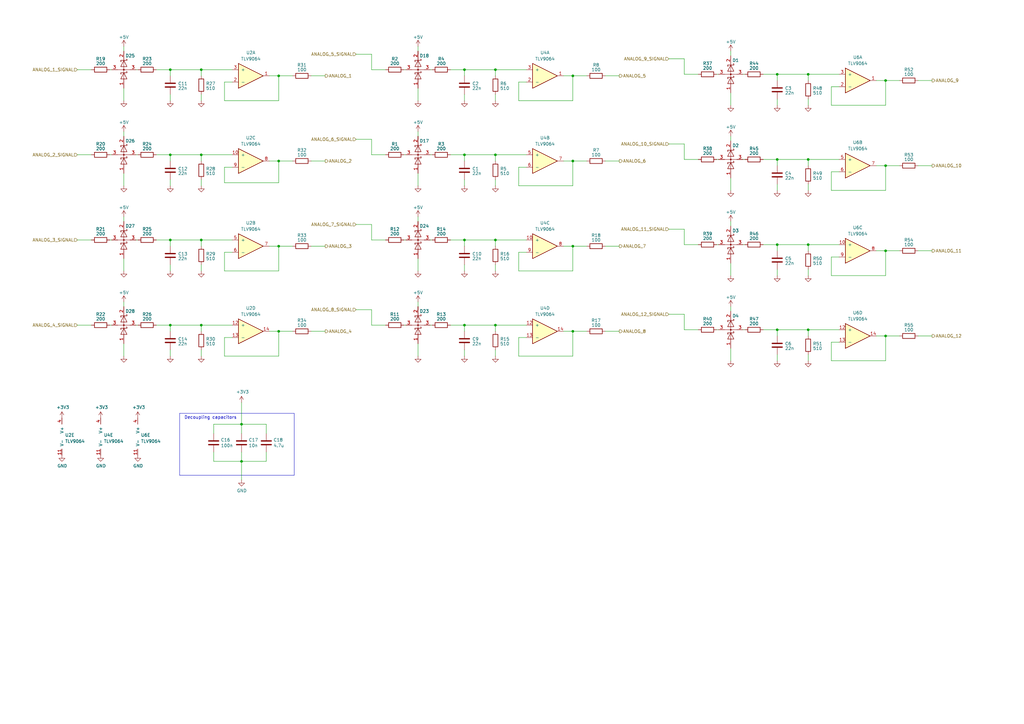
<source format=kicad_sch>
(kicad_sch (version 20230121) (generator eeschema)
  (paper "A3")
  (title_block (title "VEHICLE MEASURING UNIT (VMU)") (rev "1.0") (company "KTH FORMULA STUDENT") (comment 1 "DeV17") (comment 2 "FILIP SVEBECK") (comment 3 "FSVEBECK@KTH.SE"))
  (lib_symbols
    (symbol "Device:C" (pin_numbers hide) (pin_names (offset 0.254))
      (property "Reference" "C" (at 0.635 2.54 0))
      (property "Value" "C" (at 0.635 -2.54 0))
      (symbol "C_1_1"
        (pin passive line (at 0 3.81 270) (length 2.794) (name "~") (number "1"))
        (pin passive line (at 0 -3.81 90) (length 2.794) (name "~") (number "2"))
      )
    )
    (symbol "Device:R" (pin_numbers hide) (pin_names (offset 0))
      (property "Reference" "R" (at 2.032 0 90))
      (property "Value" "R" (at 0 0 90))
      (symbol "R_1_1"
        (pin passive line (at 0 3.81 270) (length 1.27) (name "~") (number "1"))
        (pin passive line (at 0 -3.81 90) (length 1.27) (name "~") (number "2"))
      )
    )
    (symbol "KTHFS:D_Schottky_x2_Serial_AKC" (pin_names (offset 0.762) hide)
      (property "Reference" "D" (at 2.54 1.27 90))
      (property "Value" "D_Schottky_x2_Serial_AKC" (at -2.54 0 90))
      (symbol "D_Schottky_x2_Serial_AKC_0_1"
        (pin passive line (at 0 -7.62 90) (length 3.81) (name "A") (number "1"))
        (pin passive line (at 0 7.62 270) (length 3.81) (name "K") (number "2"))
        (pin passive line (at 5.08 0 180) (length 2.54) (name "common") (number "3"))
      )
      (symbol "D_Schottky_x2_Serial_AKC_1_1"
        (pin passive line (at -5.08 0 0) (length 2.54) (name "common") (number "3"))
      )
    )
    (symbol "KTHFS:TLV9064" (pin_names (offset 1.016))
      (property "Reference" "U" (at 0 0 0))
      (property "Value" "TLV9064" (at 0.127 -1.524 0))
      (symbol "TLV9064_1_1"
        (pin output line (at 7.62 -6.985 180) (length 2.54) (name "~") (number "1"))
        (pin input line (at -7.62 -9.525 0) (length 2.54) (name "-") (number "2"))
        (pin input line (at -7.62 -4.445 0) (length 2.54) (name "+") (number "3"))
      )
      (symbol "TLV9064_2_1"
        (pin input line (at -7.62 -4.445 0) (length 2.54) (name "+") (number "5"))
        (pin input line (at -7.62 -9.525 0) (length 2.54) (name "-") (number "6"))
        (pin output line (at 7.62 -6.985 180) (length 2.54) (name "~") (number "7"))
      )
      (symbol "TLV9064_3_1"
        (pin input line (at -7.62 -4.445 0) (length 2.54) (name "+") (number "10"))
        (pin output line (at 7.62 -6.985 180) (length 2.54) (name "~") (number "8"))
        (pin input line (at -7.62 -9.525 0) (length 2.54) (name "-") (number "9"))
      )
      (symbol "TLV9064_4_1"
        (pin input line (at -7.62 -4.445 0) (length 2.54) (name "+") (number "12"))
        (pin input line (at -7.62 -9.525 0) (length 2.54) (name "-") (number "13"))
        (pin output line (at 7.62 -6.985 180) (length 2.54) (name "~") (number "14"))
      )
      (symbol "TLV9064_5_1"
        (pin power_in line (at 0 -19.05 90) (length 2.54) (name "V-") (number "11"))
        (pin power_in line (at 0 -3.81 270) (length 2.54) (name "V+") (number "4"))
      )
    )
    (symbol "blocks-rescue:+3.3V-power" (power) (pin_names (offset 0))
      (property "Value" "+3.3V-power" (at 0 3.556 0))
      (symbol "+3.3V-power_1_1"
        (pin power_in line (at 0 0 90) (length 0) hide (name "+3V3") (number "1"))
      )
    )
    (symbol "power:+5V" (power) (pin_names (offset 0))
      (property "Value" "+5V" (at 0 3.556 0))
      (symbol "+5V_1_1"
        (pin power_in line (at 0 0 90) (length 0) hide (name "+5V") (number "1"))
      )
    )
    (symbol "power:GND" (power) (pin_names (offset 0))
      (property "Value" "GND" (at 0 -3.81 0))
      (symbol "GND_1_1"
        (pin power_in line (at 0 0 270) (length 0) hide (name "GND") (number "1"))
      )
    )
  )
  (junction (at 114.3 100.965))
  (junction (at 234.95 135.89))
  (junction (at 363.22 67.945))
  (junction (at 318.77 100.33))
  (junction (at 114.3 66.04))
  (junction (at 114.3 31.115))
  (junction (at 190.5 98.425))
  (junction (at 190.5 133.35))
  (junction (at 99.06 173.99))
  (junction (at 331.47 30.48))
  (junction (at 203.2 63.5))
  (junction (at 203.2 28.575))
  (junction (at 331.47 65.405))
  (junction (at 318.77 30.48))
  (junction (at 331.47 100.33))
  (junction (at 363.22 137.795))
  (junction (at 82.55 133.35))
  (junction (at 234.95 31.115))
  (junction (at 318.77 135.255))
  (junction (at 69.85 63.5))
  (junction (at 99.06 189.23))
  (junction (at 363.22 102.87))
  (junction (at 82.55 98.425))
  (junction (at 234.95 100.965))
  (junction (at 190.5 63.5))
  (junction (at 69.85 98.425))
  (junction (at 234.95 66.04))
  (junction (at 82.55 63.5))
  (junction (at 190.5 28.575))
  (junction (at 114.3 135.89))
  (junction (at 331.47 135.255))
  (junction (at 363.22 33.02))
  (junction (at 69.85 28.575))
  (junction (at 318.77 65.405))
  (junction (at 203.2 133.35))
  (junction (at 69.85 133.35))
  (junction (at 203.2 98.425))
  (junction (at 82.55 28.575))
  (wire (pts (xy 69.85 133.35) (xy 64.135 133.35)))
  (wire (pts (xy 299.72 57.785) (xy 299.72 55.88)))
  (wire (pts (xy 331.47 110.49) (xy 331.47 113.03)))
  (wire (pts (xy 240.665 100.965) (xy 234.95 100.965)))
  (wire (pts (xy 171.45 55.88) (xy 171.45 53.975)))
  (wire (pts (xy 363.22 67.945) (xy 359.41 67.945)))
  (wire (pts (xy 240.665 66.04) (xy 234.95 66.04)))
  (wire (pts (xy 234.95 111.125) (xy 234.95 100.965)))
  (wire (pts (xy 331.47 102.87) (xy 331.47 100.33)))
  (wire (pts (xy 114.3 74.93) (xy 114.3 66.04)))
  (wire (pts (xy 171.45 71.12) (xy 171.45 76.2)))
  (wire (pts (xy 203.2 66.04) (xy 203.2 63.5)))
  (wire (pts (xy 304.8 100.33) (xy 305.435 100.33)))
  (wire (pts (xy 190.5 108.585) (xy 190.5 111.125)))
  (wire (pts (xy 99.06 189.23) (xy 109.22 189.23)))
  (wire (pts (xy 248.285 31.115) (xy 254 31.115)))
  (wire (pts (xy 50.8 146.05) (xy 50.8 140.97)))
  (wire (pts (xy 82.55 28.575) (xy 82.55 31.115)))
  (wire (pts (xy 215.9 133.35) (xy 203.2 133.35)))
  (wire (pts (xy 240.665 31.115) (xy 234.95 31.115)))
  (wire (pts (xy 215.9 63.5) (xy 203.2 63.5)))
  (wire (pts (xy 190.5 63.5) (xy 190.5 66.04)))
  (wire (pts (xy 280.67 93.98) (xy 280.67 100.33)))
  (wire (pts (xy 87.63 189.23) (xy 99.06 189.23)))
  (wire (pts (xy 171.45 36.195) (xy 171.45 41.275)))
  (wire (pts (xy 158.115 133.35) (xy 152.4 133.35)))
  (wire (pts (xy 363.22 43.18) (xy 363.22 33.02)))
  (wire (pts (xy 212.725 68.58) (xy 212.725 76.2)))
  (wire (pts (xy 82.55 41.275) (xy 82.55 38.735)))
  (wire (pts (xy 318.77 135.255) (xy 318.77 137.795)))
  (wire (pts (xy 114.3 31.115) (xy 110.49 31.115)))
  (wire (pts (xy 340.995 35.56) (xy 340.995 43.18)))
  (wire (pts (xy 318.77 30.48) (xy 318.77 33.02)))
  (wire (pts (xy 305.435 135.255) (xy 304.8 135.255)))
  (wire (pts (xy 212.725 111.125) (xy 234.95 111.125)))
  (wire (pts (xy 127.635 100.965) (xy 133.35 100.965)))
  (wire (pts (xy 120.015 31.115) (xy 114.3 31.115)))
  (wire (pts (xy 231.14 135.89) (xy 234.95 135.89)))
  (wire (pts (xy 340.995 113.03) (xy 363.22 113.03)))
  (wire (pts (xy 248.285 135.89) (xy 254 135.89)))
  (wire (pts (xy 299.72 92.71) (xy 299.72 90.805)))
  (polyline (pts (xy 120.65 169.545) (xy 120.65 194.945)))
  (wire (pts (xy 50.8 90.805) (xy 50.8 88.9)))
  (wire (pts (xy 340.995 43.18) (xy 363.22 43.18)))
  (wire (pts (xy 146.05 57.15) (xy 152.4 57.15)))
  (wire (pts (xy 280.67 65.405) (xy 286.385 65.405)))
  (wire (pts (xy 87.63 173.99) (xy 99.06 173.99)))
  (wire (pts (xy 376.555 137.795) (xy 382.27 137.795)))
  (wire (pts (xy 203.2 38.735) (xy 203.2 41.275)))
  (wire (pts (xy 344.17 140.335) (xy 340.995 140.335)))
  (wire (pts (xy 56.515 98.425) (xy 55.88 98.425)))
  (wire (pts (xy 114.3 41.275) (xy 114.3 31.115)))
  (wire (pts (xy 31.75 63.5) (xy 37.465 63.5)))
  (wire (pts (xy 69.85 66.04) (xy 69.85 63.5)))
  (wire (pts (xy 331.47 135.255) (xy 331.47 137.795)))
  (wire (pts (xy 340.995 78.105) (xy 363.22 78.105)))
  (wire (pts (xy 215.9 68.58) (xy 212.725 68.58)))
  (polyline (pts (xy 73.66 169.545) (xy 120.65 169.545)))
  (wire (pts (xy 190.5 98.425) (xy 190.5 100.965)))
  (wire (pts (xy 368.935 102.87) (xy 363.22 102.87)))
  (wire (pts (xy 274.32 93.98) (xy 280.67 93.98)))
  (wire (pts (xy 203.2 100.965) (xy 203.2 98.425)))
  (wire (pts (xy 190.5 28.575) (xy 190.5 31.115)))
  (wire (pts (xy 190.5 133.35) (xy 184.785 133.35)))
  (wire (pts (xy 176.53 63.5) (xy 177.165 63.5)))
  (wire (pts (xy 368.935 67.945) (xy 363.22 67.945)))
  (wire (pts (xy 99.06 173.99) (xy 99.06 177.8)))
  (wire (pts (xy 280.67 128.905) (xy 274.32 128.905)))
  (wire (pts (xy 318.77 75.565) (xy 318.77 78.105)))
  (wire (pts (xy 133.35 135.89) (xy 127.635 135.89)))
  (wire (pts (xy 331.47 135.255) (xy 318.77 135.255)))
  (wire (pts (xy 176.53 98.425) (xy 177.165 98.425)))
  (wire (pts (xy 344.17 35.56) (xy 340.995 35.56)))
  (wire (pts (xy 331.47 67.945) (xy 331.47 65.405)))
  (wire (pts (xy 203.2 28.575) (xy 203.2 31.115)))
  (wire (pts (xy 82.55 108.585) (xy 82.55 111.125)))
  (wire (pts (xy 69.85 31.115) (xy 69.85 28.575)))
  (wire (pts (xy 363.22 113.03) (xy 363.22 102.87)))
  (wire (pts (xy 50.8 20.955) (xy 50.8 19.05)))
  (wire (pts (xy 177.165 133.35) (xy 176.53 133.35)))
  (wire (pts (xy 318.77 40.64) (xy 318.77 43.18)))
  (wire (pts (xy 184.785 98.425) (xy 190.5 98.425)))
  (wire (pts (xy 114.3 111.125) (xy 114.3 100.965)))
  (wire (pts (xy 50.8 76.2) (xy 50.8 71.12)))
  (wire (pts (xy 331.47 65.405) (xy 318.77 65.405)))
  (wire (pts (xy 114.3 100.965) (xy 110.49 100.965)))
  (wire (pts (xy 313.055 100.33) (xy 318.77 100.33)))
  (wire (pts (xy 171.45 106.045) (xy 171.45 111.125)))
  (wire (pts (xy 114.3 100.965) (xy 120.015 100.965)))
  (wire (pts (xy 190.5 38.735) (xy 190.5 41.275)))
  (wire (pts (xy 165.735 28.575) (xy 166.37 28.575)))
  (wire (pts (xy 95.25 28.575) (xy 82.55 28.575)))
  (wire (pts (xy 152.4 28.575) (xy 158.115 28.575)))
  (wire (pts (xy 171.45 123.825) (xy 171.45 125.73)))
  (wire (pts (xy 212.725 33.655) (xy 212.725 41.275)))
  (wire (pts (xy 37.465 28.575) (xy 31.75 28.575)))
  (wire (pts (xy 215.9 33.655) (xy 212.725 33.655)))
  (wire (pts (xy 99.06 185.42) (xy 99.06 189.23)))
  (wire (pts (xy 299.72 73.025) (xy 299.72 78.105)))
  (wire (pts (xy 45.085 63.5) (xy 45.72 63.5)))
  (wire (pts (xy 69.85 135.89) (xy 69.85 133.35)))
  (wire (pts (xy 99.06 196.85) (xy 99.06 189.23)))
  (wire (pts (xy 152.4 63.5) (xy 158.115 63.5)))
  (wire (pts (xy 92.075 74.93) (xy 114.3 74.93)))
  (wire (pts (xy 299.72 38.1) (xy 299.72 43.18)))
  (wire (pts (xy 274.32 59.055) (xy 280.67 59.055)))
  (wire (pts (xy 363.22 78.105) (xy 363.22 67.945)))
  (wire (pts (xy 152.4 92.075) (xy 152.4 98.425)))
  (wire (pts (xy 203.2 133.35) (xy 190.5 133.35)))
  (wire (pts (xy 318.77 147.955) (xy 318.77 145.415)))
  (wire (pts (xy 82.55 135.89) (xy 82.55 133.35)))
  (wire (pts (xy 110.49 66.04) (xy 114.3 66.04)))
  (wire (pts (xy 190.5 146.05) (xy 190.5 143.51)))
  (wire (pts (xy 340.995 105.41) (xy 340.995 113.03)))
  (wire (pts (xy 234.95 66.04) (xy 231.14 66.04)))
  (wire (pts (xy 50.8 111.125) (xy 50.8 106.045)))
  (wire (pts (xy 69.85 76.2) (xy 69.85 73.66)))
  (wire (pts (xy 165.735 63.5) (xy 166.37 63.5)))
  (wire (pts (xy 254 100.965) (xy 248.285 100.965)))
  (wire (pts (xy 215.9 138.43) (xy 212.725 138.43)))
  (wire (pts (xy 69.85 98.425) (xy 82.55 98.425)))
  (wire (pts (xy 95.25 33.655) (xy 92.075 33.655)))
  (wire (pts (xy 294.005 65.405) (xy 294.64 65.405)))
  (wire (pts (xy 212.725 76.2) (xy 234.95 76.2)))
  (wire (pts (xy 152.4 28.575) (xy 152.4 22.225)))
  (wire (pts (xy 304.8 65.405) (xy 305.435 65.405)))
  (wire (pts (xy 318.77 65.405) (xy 318.77 67.945)))
  (wire (pts (xy 50.8 55.88) (xy 50.8 53.975)))
  (wire (pts (xy 82.55 146.05) (xy 82.55 143.51)))
  (wire (pts (xy 331.47 147.955) (xy 331.47 145.415)))
  (wire (pts (xy 109.22 177.8) (xy 109.22 173.99)))
  (wire (pts (xy 146.05 92.075) (xy 152.4 92.075)))
  (wire (pts (xy 56.515 63.5) (xy 55.88 63.5)))
  (wire (pts (xy 344.17 135.255) (xy 331.47 135.255)))
  (wire (pts (xy 133.35 31.115) (xy 127.635 31.115)))
  (wire (pts (xy 382.27 102.87) (xy 376.555 102.87)))
  (wire (pts (xy 344.17 105.41) (xy 340.995 105.41)))
  (wire (pts (xy 203.2 98.425) (xy 190.5 98.425)))
  (wire (pts (xy 114.3 146.05) (xy 114.3 135.89)))
  (wire (pts (xy 294.64 100.33) (xy 294.005 100.33)))
  (wire (pts (xy 92.075 111.125) (xy 114.3 111.125)))
  (wire (pts (xy 50.8 36.195) (xy 50.8 41.275)))
  (wire (pts (xy 152.4 127) (xy 146.05 127)))
  (wire (pts (xy 340.995 70.485) (xy 340.995 78.105)))
  (wire (pts (xy 45.72 98.425) (xy 45.085 98.425)))
  (wire (pts (xy 82.55 63.5) (xy 82.55 66.04)))
  (wire (pts (xy 171.45 140.97) (xy 171.45 146.05)))
  (wire (pts (xy 203.2 63.5) (xy 190.5 63.5)))
  (wire (pts (xy 234.95 41.275) (xy 234.95 31.115)))
  (wire (pts (xy 171.45 20.955) (xy 171.45 19.05)))
  (wire (pts (xy 92.075 33.655) (xy 92.075 41.275)))
  (wire (pts (xy 92.075 103.505) (xy 92.075 111.125)))
  (wire (pts (xy 203.2 73.66) (xy 203.2 76.2)))
  (wire (pts (xy 45.72 28.575) (xy 45.085 28.575)))
  (wire (pts (xy 331.47 30.48) (xy 331.47 33.02)))
  (wire (pts (xy 234.95 76.2) (xy 234.95 66.04)))
  (wire (pts (xy 45.085 133.35) (xy 45.72 133.35)))
  (wire (pts (xy 69.85 108.585) (xy 69.85 111.125)))
  (wire (pts (xy 92.075 68.58) (xy 92.075 74.93)))
  (wire (pts (xy 203.2 108.585) (xy 203.2 111.125)))
  (wire (pts (xy 95.25 68.58) (xy 92.075 68.58)))
  (wire (pts (xy 152.4 57.15) (xy 152.4 63.5)))
  (wire (pts (xy 280.67 30.48) (xy 280.67 24.13)))
  (wire (pts (xy 92.075 41.275) (xy 114.3 41.275)))
  (wire (pts (xy 318.77 30.48) (xy 331.47 30.48)))
  (wire (pts (xy 344.17 100.33) (xy 331.47 100.33)))
  (wire (pts (xy 109.22 185.42) (xy 109.22 189.23)))
  (wire (pts (xy 152.4 22.225) (xy 146.05 22.225)))
  (wire (pts (xy 114.3 135.89) (xy 110.49 135.89)))
  (wire (pts (xy 280.67 59.055) (xy 280.67 65.405)))
  (wire (pts (xy 203.2 133.35) (xy 203.2 135.89)))
  (wire (pts (xy 382.27 67.945) (xy 376.555 67.945)))
  (wire (pts (xy 190.5 28.575) (xy 203.2 28.575)))
  (wire (pts (xy 212.725 41.275) (xy 234.95 41.275)))
  (wire (pts (xy 95.25 98.425) (xy 82.55 98.425)))
  (wire (pts (xy 294.005 30.48) (xy 294.64 30.48)))
  (wire (pts (xy 359.41 137.795) (xy 363.22 137.795)))
  (wire (pts (xy 82.55 133.35) (xy 95.25 133.35)))
  (wire (pts (xy 92.075 138.43) (xy 92.075 146.05)))
  (wire (pts (xy 82.55 98.425) (xy 82.55 100.965)))
  (wire (pts (xy 92.075 146.05) (xy 114.3 146.05)))
  (wire (pts (xy 158.115 98.425) (xy 152.4 98.425)))
  (wire (pts (xy 212.725 146.05) (xy 234.95 146.05)))
  (wire (pts (xy 363.22 102.87) (xy 359.41 102.87)))
  (wire (pts (xy 95.25 103.505) (xy 92.075 103.505)))
  (wire (pts (xy 280.67 135.255) (xy 280.67 128.905)))
  (wire (pts (xy 234.95 31.115) (xy 231.14 31.115)))
  (polyline (pts (xy 120.65 194.945) (xy 73.66 194.945)))
  (wire (pts (xy 152.4 133.35) (xy 152.4 127)))
  (wire (pts (xy 69.85 28.575) (xy 82.55 28.575)))
  (wire (pts (xy 87.63 185.42) (xy 87.63 189.23)))
  (wire (pts (xy 215.9 98.425) (xy 203.2 98.425)))
  (wire (pts (xy 69.85 63.5) (xy 64.135 63.5)))
  (wire (pts (xy 313.055 30.48) (xy 318.77 30.48)))
  (polyline (pts (xy 73.66 169.545) (xy 73.66 194.945)))
  (wire (pts (xy 31.75 98.425) (xy 37.465 98.425)))
  (wire (pts (xy 294.64 135.255) (xy 294.005 135.255)))
  (wire (pts (xy 69.85 38.735) (xy 69.85 41.275)))
  (wire (pts (xy 344.17 65.405) (xy 331.47 65.405)))
  (wire (pts (xy 215.9 103.505) (xy 212.725 103.505)))
  (wire (pts (xy 376.555 33.02) (xy 382.27 33.02)))
  (wire (pts (xy 184.785 63.5) (xy 190.5 63.5)))
  (wire (pts (xy 190.5 133.35) (xy 190.5 135.89)))
  (wire (pts (xy 368.935 33.02) (xy 363.22 33.02)))
  (wire (pts (xy 190.5 73.66) (xy 190.5 76.2)))
  (wire (pts (xy 69.85 100.965) (xy 69.85 98.425)))
  (wire (pts (xy 286.385 135.255) (xy 280.67 135.255)))
  (wire (pts (xy 331.47 75.565) (xy 331.47 78.105)))
  (wire (pts (xy 340.995 140.335) (xy 340.995 147.955)))
  (wire (pts (xy 55.88 28.575) (xy 56.515 28.575)))
  (wire (pts (xy 234.95 146.05) (xy 234.95 135.89)))
  (wire (pts (xy 234.95 135.89) (xy 240.665 135.89)))
  (wire (pts (xy 299.72 142.875) (xy 299.72 147.955)))
  (wire (pts (xy 176.53 28.575) (xy 177.165 28.575)))
  (wire (pts (xy 87.63 177.8) (xy 87.63 173.99)))
  (wire (pts (xy 69.85 146.05) (xy 69.85 143.51)))
  (wire (pts (xy 318.77 110.49) (xy 318.77 113.03)))
  (wire (pts (xy 331.47 100.33) (xy 318.77 100.33)))
  (wire (pts (xy 99.06 165.1) (xy 99.06 173.99)))
  (wire (pts (xy 304.8 30.48) (xy 305.435 30.48)))
  (wire (pts (xy 50.8 125.73) (xy 50.8 123.825)))
  (wire (pts (xy 299.72 125.73) (xy 299.72 127.635)))
  (wire (pts (xy 215.9 28.575) (xy 203.2 28.575)))
  (wire (pts (xy 340.995 147.955) (xy 363.22 147.955)))
  (wire (pts (xy 212.725 138.43) (xy 212.725 146.05)))
  (wire (pts (xy 363.22 137.795) (xy 368.935 137.795)))
  (wire (pts (xy 99.06 173.99) (xy 109.22 173.99)))
  (wire (pts (xy 171.45 90.805) (xy 171.45 88.9)))
  (wire (pts (xy 280.67 24.13) (xy 274.32 24.13)))
  (wire (pts (xy 318.77 100.33) (xy 318.77 102.87)))
  (wire (pts (xy 120.015 135.89) (xy 114.3 135.89)))
  (wire (pts (xy 69.85 98.425) (xy 64.135 98.425)))
  (wire (pts (xy 82.55 76.2) (xy 82.55 73.66)))
  (wire (pts (xy 203.2 146.05) (xy 203.2 143.51)))
  (wire (pts (xy 363.22 147.955) (xy 363.22 137.795)))
  (wire (pts (xy 166.37 133.35) (xy 165.735 133.35)))
  (wire (pts (xy 82.55 133.35) (xy 69.85 133.35)))
  (wire (pts (xy 363.22 33.02) (xy 359.41 33.02)))
  (wire (pts (xy 166.37 98.425) (xy 165.735 98.425)))
  (wire (pts (xy 299.72 22.86) (xy 299.72 20.955)))
  (wire (pts (xy 95.25 63.5) (xy 82.55 63.5)))
  (wire (pts (xy 69.85 28.575) (xy 64.135 28.575)))
  (wire (pts (xy 344.17 30.48) (xy 331.47 30.48)))
  (wire (pts (xy 344.17 70.485) (xy 340.995 70.485)))
  (wire (pts (xy 37.465 133.35) (xy 31.75 133.35)))
  (wire (pts (xy 114.3 66.04) (xy 120.015 66.04)))
  (wire (pts (xy 318.77 135.255) (xy 313.055 135.255)))
  (wire (pts (xy 313.055 65.405) (xy 318.77 65.405)))
  (wire (pts (xy 234.95 100.965) (xy 231.14 100.965)))
  (wire (pts (xy 184.785 28.575) (xy 190.5 28.575)))
  (wire (pts (xy 286.385 100.33) (xy 280.67 100.33)))
  (wire (pts (xy 55.88 133.35) (xy 56.515 133.35)))
  (wire (pts (xy 133.35 66.04) (xy 127.635 66.04)))
  (wire (pts (xy 331.47 40.64) (xy 331.47 43.18)))
  (wire (pts (xy 69.85 63.5) (xy 82.55 63.5)))
  (wire (pts (xy 280.67 30.48) (xy 286.385 30.48)))
  (wire (pts (xy 212.725 103.505) (xy 212.725 111.125)))
  (wire (pts (xy 299.72 107.95) (xy 299.72 113.03)))
  (wire (pts (xy 254 66.04) (xy 248.285 66.04)))
  (wire (pts (xy 95.25 138.43) (xy 92.075 138.43)))
  (text "Decoupling capacitors" (at 75.565 172.085 0) (effects (font (size 1.27 1.27)) (justify left bottom)))
  (hierarchical_label "ANALOG_5_SIGNAL" (shape input) (at 146.05 22.225 180))
  (hierarchical_label "ANALOG_11_SIGNAL" (shape input) (at 274.32 93.98 180))
  (hierarchical_label "ANALOG_12_SIGNAL" (shape input) (at 274.32 128.905 180))
  (hierarchical_label "ANALOG_5" (shape output) (at 254 31.115 0))
  (hierarchical_label "ANALOG_7_SIGNAL" (shape input) (at 146.05 92.075 180))
  (hierarchical_label "ANALOG_3" (shape output) (at 133.35 100.965 0))
  (hierarchical_label "ANALOG_9_SIGNAL" (shape input) (at 274.32 24.13 180))
  (hierarchical_label "ANALOG_9" (shape output) (at 382.27 33.02 0))
  (hierarchical_label "ANALOG_6" (shape output) (at 254 66.04 0))
  (hierarchical_label "ANALOG_12" (shape output) (at 382.27 137.795 0))
  (hierarchical_label "ANALOG_8" (shape output) (at 254 135.89 0))
  (hierarchical_label "ANALOG_6_SIGNAL" (shape input) (at 146.05 57.15 180))
  (hierarchical_label "ANALOG_8_SIGNAL" (shape input) (at 146.05 127 180))
  (hierarchical_label "ANALOG_1_SIGNAL" (shape input) (at 31.75 28.575 180))
  (hierarchical_label "ANALOG_7" (shape output) (at 254 100.965 0))
  (hierarchical_label "ANALOG_11" (shape output) (at 382.27 102.87 0))
  (hierarchical_label "ANALOG_10_SIGNAL" (shape input) (at 274.32 59.055 180))
  (hierarchical_label "ANALOG_4" (shape output) (at 133.35 135.89 0))
  (hierarchical_label "ANALOG_1" (shape output) (at 133.35 31.115 0))
  (hierarchical_label "ANALOG_3_SIGNAL" (shape input) (at 31.75 98.425 180))
  (hierarchical_label "ANALOG_2_SIGNAL" (shape input) (at 31.75 63.5 180))
  (hierarchical_label "ANALOG_4_SIGNAL" (shape input) (at 31.75 133.35 180))
  (hierarchical_label "ANALOG_2" (shape output) (at 133.35 66.04 0))
  (hierarchical_label "ANALOG_10" (shape output) (at 382.27 67.945 0))
  (symbol (lib_id "Device:R") (at 41.275 28.575 270) (unit 1)
    (property "Reference" "R19" (at 41.275 24.13 90))
    (property "Value" "200" (at 41.275 26.035 90))
    (property "Footprint" "Resistor_SMD:R_0603_1608Metric" (effects hide))
  )
  (symbol (lib_id "power:GND") (at 50.8 41.275 0) (unit 1)
    (property "Reference" "#PWR060" (effects hide))
    (property "Value" "GND" (effects hide))
  )
  (symbol (lib_id "power:+5V") (at 50.8 19.05 0) (unit 1)
    (property "Reference" "#PWR059" (effects hide))
    (property "Value" "+5V" (at 50.8 15.24 0))
  )
  (symbol (lib_id "Device:R") (at 60.325 28.575 270) (unit 1)
    (property "Reference" "R23" (at 60.325 24.13 90))
    (property "Value" "200" (at 60.325 26.035 90))
    (property "Footprint" "Resistor_SMD:R_0603_1608Metric" (effects hide))
  )
  (symbol (lib_id "Device:C") (at 69.85 34.925 0) (unit 1)
    (property "Reference" "C11" (at 73.025 34.29 0) (effects (justify left)))
    (property "Value" "22n" (at 73.025 36.195 0) (effects (justify left)))
    (property "Footprint" "Capacitor_SMD:C_0603_1608Metric" (effects hide))
  )
  (symbol (lib_id "Device:R") (at 82.55 34.925 0) (unit 1)
    (property "Reference" "R27" (at 84.455 34.29 0) (effects (justify left)))
    (property "Value" "510" (at 84.455 36.195 0) (effects (justify left)))
    (property "Footprint" "Resistor_SMD:R_0603_1608Metric" (effects hide))
  )
  (symbol (lib_id "Device:R") (at 41.275 63.5 270) (unit 1)
    (property "Reference" "R20" (at 41.275 59.055 90))
    (property "Value" "200" (at 41.275 60.96 90))
    (property "Footprint" "Resistor_SMD:R_0603_1608Metric" (effects hide))
  )
  (symbol (lib_id "power:GND") (at 69.85 76.2 0) (unit 1)
    (property "Reference" "#PWR062" (effects hide))
    (property "Value" "GND" (effects hide))
  )
  (symbol (lib_id "power:+5V") (at 50.8 53.975 0) (unit 1)
    (property "Reference" "#PWR061" (effects hide))
    (property "Value" "+5V" (at 50.8 50.165 0))
  )
  (symbol (lib_id "Device:R") (at 60.325 63.5 270) (unit 1)
    (property "Reference" "R24" (at 60.325 59.055 90))
    (property "Value" "200" (at 60.325 60.96 90))
    (property "Footprint" "Resistor_SMD:R_0603_1608Metric" (effects hide))
  )
  (symbol (lib_id "Device:C") (at 69.85 69.85 0) (unit 1)
    (property "Reference" "C12" (at 73.025 69.215 0) (effects (justify left)))
    (property "Value" "22n" (at 73.025 71.12 0) (effects (justify left)))
    (property "Footprint" "Capacitor_SMD:C_0603_1608Metric" (effects hide))
  )
  (symbol (lib_id "Device:R") (at 82.55 69.85 0) (unit 1)
    (property "Reference" "R28" (at 84.455 69.215 0) (effects (justify left)))
    (property "Value" "510" (at 84.455 71.12 0) (effects (justify left)))
    (property "Footprint" "Resistor_SMD:R_0603_1608Metric" (effects hide))
  )
  (symbol (lib_id "Device:R") (at 123.825 31.115 270) (unit 1)
    (property "Reference" "R31" (at 123.825 26.67 90))
    (property "Value" "100" (at 123.825 28.575 90))
    (property "Footprint" "Resistor_SMD:R_0603_1608Metric" (effects hide))
  )
  (symbol (lib_id "Device:R") (at 123.825 66.04 270) (unit 1)
    (property "Reference" "R32" (at 123.825 61.595 90))
    (property "Value" "100" (at 123.825 63.5 90))
    (property "Footprint" "Resistor_SMD:R_0603_1608Metric" (effects hide))
  )
  (symbol (lib_id "Device:R") (at 41.275 98.425 270) (unit 1)
    (property "Reference" "R21" (at 41.275 93.98 90))
    (property "Value" "200" (at 41.275 95.885 90))
    (property "Footprint" "Resistor_SMD:R_0603_1608Metric" (effects hide))
  )
  (symbol (lib_id "power:GND") (at 50.8 111.125 0) (unit 1)
    (property "Reference" "#PWR064" (effects hide))
    (property "Value" "GND" (effects hide))
  )
  (symbol (lib_id "power:+5V") (at 50.8 88.9 0) (unit 1)
    (property "Reference" "#PWR063" (effects hide))
    (property "Value" "+5V" (at 50.8 85.09 0))
  )
  (symbol (lib_id "Device:R") (at 60.325 98.425 270) (unit 1)
    (property "Reference" "R25" (at 60.325 93.98 90))
    (property "Value" "200" (at 60.325 95.885 90))
    (property "Footprint" "Resistor_SMD:R_0603_1608Metric" (effects hide))
  )
  (symbol (lib_id "Device:C") (at 69.85 104.775 0) (unit 1)
    (property "Reference" "C13" (at 73.025 104.14 0) (effects (justify left)))
    (property "Value" "22n" (at 73.025 106.045 0) (effects (justify left)))
    (property "Footprint" "Capacitor_SMD:C_0603_1608Metric" (effects hide))
  )
  (symbol (lib_id "Device:R") (at 82.55 104.775 0) (unit 1)
    (property "Reference" "R29" (at 84.455 104.14 0) (effects (justify left)))
    (property "Value" "510" (at 84.455 106.045 0) (effects (justify left)))
    (property "Footprint" "Resistor_SMD:R_0603_1608Metric" (effects hide))
  )
  (symbol (lib_id "Device:R") (at 41.275 133.35 270) (unit 1)
    (property "Reference" "R22" (at 41.275 128.905 90))
    (property "Value" "200" (at 41.275 130.81 90))
    (property "Footprint" "Resistor_SMD:R_0603_1608Metric" (effects hide))
  )
  (symbol (lib_id "power:GND") (at 50.8 146.05 0) (unit 1)
    (property "Reference" "#PWR066" (effects hide))
    (property "Value" "GND" (effects hide))
  )
  (symbol (lib_id "power:+5V") (at 50.8 123.825 0) (unit 1)
    (property "Reference" "#PWR065" (effects hide))
    (property "Value" "+5V" (at 50.8 120.015 0))
  )
  (symbol (lib_id "Device:R") (at 60.325 133.35 270) (unit 1)
    (property "Reference" "R26" (at 60.325 128.905 90))
    (property "Value" "200" (at 60.325 130.81 90))
    (property "Footprint" "Resistor_SMD:R_0603_1608Metric" (effects hide))
  )
  (symbol (lib_id "Device:C") (at 69.85 139.7 0) (unit 1)
    (property "Reference" "C14" (at 73.025 139.065 0) (effects (justify left)))
    (property "Value" "22n" (at 73.025 140.97 0) (effects (justify left)))
    (property "Footprint" "Capacitor_SMD:C_0603_1608Metric" (effects hide))
  )
  (symbol (lib_id "Device:R") (at 82.55 139.7 0) (unit 1)
    (property "Reference" "R30" (at 84.455 139.065 0) (effects (justify left)))
    (property "Value" "510" (at 84.455 140.97 0) (effects (justify left)))
    (property "Footprint" "Resistor_SMD:R_0603_1608Metric" (effects hide))
  )
  (symbol (lib_id "Device:R") (at 123.825 100.965 270) (unit 1)
    (property "Reference" "R33" (at 123.825 96.52 90))
    (property "Value" "100" (at 123.825 98.425 90))
    (property "Footprint" "Resistor_SMD:R_0603_1608Metric" (effects hide))
  )
  (symbol (lib_id "Device:R") (at 123.825 135.89 270) (unit 1)
    (property "Reference" "R34" (at 123.825 131.445 90))
    (property "Value" "100" (at 123.825 133.35 90))
    (property "Footprint" "Resistor_SMD:R_0603_1608Metric" (effects hide))
  )
  (symbol (lib_id "KTHFS:D_Schottky_x2_Serial_AKC") (at 50.8 28.575 0) (unit 1)
    (property "Reference" "D25" (at 51.435 22.86 0) (effects (justify left)))
    (property "Value" "D_Schottky_x2_Serial_AKC" (effects hide))
    (property "Footprint" "Package_TO_SOT_SMD:SOT-23" (effects hide))
  )
  (symbol (lib_id "KTHFS:D_Schottky_x2_Serial_AKC") (at 50.8 63.5 0) (unit 1)
    (property "Reference" "D26" (at 51.435 57.785 0) (effects (justify left)))
    (property "Value" "D_Schottky_x2_Serial_AKC" (effects hide))
    (property "Footprint" "Package_TO_SOT_SMD:SOT-23" (effects hide))
  )
  (symbol (lib_id "KTHFS:D_Schottky_x2_Serial_AKC") (at 50.8 98.425 0) (unit 1)
    (property "Reference" "D27" (at 51.435 92.71 0) (effects (justify left)))
    (property "Value" "D_Schottky_x2_Serial_AKC" (effects hide))
    (property "Footprint" "Package_TO_SOT_SMD:SOT-23" (effects hide))
  )
  (symbol (lib_id "KTHFS:D_Schottky_x2_Serial_AKC") (at 50.8 133.35 0) (unit 1)
    (property "Reference" "D28" (at 51.435 127.635 0) (effects (justify left)))
    (property "Value" "D_Schottky_x2_Serial_AKC" (effects hide))
    (property "Footprint" "Package_TO_SOT_SMD:SOT-23" (effects hide))
  )
  (symbol (lib_id "power:GND") (at 69.85 41.275 0) (unit 1)
    (property "Reference" "#PWR0141" (effects hide))
    (property "Value" "GND" (effects hide))
  )
  (symbol (lib_id "power:GND") (at 82.55 41.275 0) (unit 1)
    (property "Reference" "#PWR0140" (effects hide))
    (property "Value" "GND" (effects hide))
  )
  (symbol (lib_id "power:GND") (at 50.8 76.2 0) (unit 1)
    (property "Reference" "#PWR0109" (effects hide))
    (property "Value" "GND" (effects hide))
  )
  (symbol (lib_id "power:GND") (at 82.55 76.2 0) (unit 1)
    (property "Reference" "#PWR0110" (effects hide))
    (property "Value" "GND" (effects hide))
  )
  (symbol (lib_id "power:GND") (at 69.85 111.125 0) (unit 1)
    (property "Reference" "#PWR0138" (effects hide))
    (property "Value" "GND" (effects hide))
  )
  (symbol (lib_id "power:GND") (at 82.55 111.125 0) (unit 1)
    (property "Reference" "#PWR0137" (effects hide))
    (property "Value" "GND" (effects hide))
  )
  (symbol (lib_id "power:GND") (at 69.85 146.05 0) (unit 1)
    (property "Reference" "#PWR0111" (effects hide))
    (property "Value" "GND" (effects hide))
  )
  (symbol (lib_id "power:GND") (at 82.55 146.05 0) (unit 1)
    (property "Reference" "#PWR0112" (effects hide))
    (property "Value" "GND" (effects hide))
  )
  (symbol (lib_id "KTHFS:D_Schottky_x2_Serial_AKC") (at 171.45 63.5 0) (unit 1)
    (property "Reference" "D17" (at 172.085 57.785 0) (effects (justify left)))
    (property "Value" "D_Schottky_x2_Serial_AKC" (effects hide))
    (property "Footprint" "Package_TO_SOT_SMD:SOT-23" (effects hide))
  )
  (symbol (lib_id "KTHFS:D_Schottky_x2_Serial_AKC") (at 171.45 28.575 0) (unit 1)
    (property "Reference" "D18" (at 172.085 22.86 0) (effects (justify left)))
    (property "Value" "D_Schottky_x2_Serial_AKC" (effects hide))
    (property "Footprint" "Package_TO_SOT_SMD:SOT-23" (effects hide))
  )
  (symbol (lib_id "Device:C") (at 190.5 69.85 0) (unit 1)
    (property "Reference" "C1" (at 193.675 69.215 0) (effects (justify left)))
    (property "Value" "22n" (at 193.675 71.12 0) (effects (justify left)))
    (property "Footprint" "Capacitor_SMD:C_0603_1608Metric" (effects hide))
  )
  (symbol (lib_id "Device:R") (at 244.475 66.04 270) (unit 1)
    (property "Reference" "R7" (at 244.475 61.595 90))
    (property "Value" "100" (at 244.475 63.5 90))
    (property "Footprint" "Resistor_SMD:R_0603_1608Metric" (effects hide))
  )
  (symbol (lib_id "Device:R") (at 203.2 69.85 0) (unit 1)
    (property "Reference" "R5" (at 205.105 69.215 0) (effects (justify left)))
    (property "Value" "510" (at 205.105 71.12 0) (effects (justify left)))
    (property "Footprint" "Resistor_SMD:R_0603_1608Metric" (effects hide))
  )
  (symbol (lib_id "Device:R") (at 180.975 63.5 270) (unit 1)
    (property "Reference" "R3" (at 180.975 59.055 90))
    (property "Value" "200" (at 180.975 60.96 90))
    (property "Footprint" "Resistor_SMD:R_0603_1608Metric" (effects hide))
  )
  (symbol (lib_id "Device:R") (at 161.925 63.5 270) (unit 1)
    (property "Reference" "R1" (at 161.925 59.055 90))
    (property "Value" "200" (at 161.925 60.96 90))
    (property "Footprint" "Resistor_SMD:R_0603_1608Metric" (effects hide))
  )
  (symbol (lib_id "Device:C") (at 190.5 34.925 0) (unit 1)
    (property "Reference" "C2" (at 193.675 34.29 0) (effects (justify left)))
    (property "Value" "22n" (at 193.675 36.195 0) (effects (justify left)))
    (property "Footprint" "Capacitor_SMD:C_0603_1608Metric" (effects hide))
  )
  (symbol (lib_id "Device:R") (at 244.475 31.115 270) (unit 1)
    (property "Reference" "R8" (at 244.475 26.67 90))
    (property "Value" "100" (at 244.475 28.575 90))
    (property "Footprint" "Resistor_SMD:R_0603_1608Metric" (effects hide))
  )
  (symbol (lib_id "Device:R") (at 203.2 34.925 0) (unit 1)
    (property "Reference" "R6" (at 205.105 34.29 0) (effects (justify left)))
    (property "Value" "510" (at 205.105 36.195 0) (effects (justify left)))
    (property "Footprint" "Resistor_SMD:R_0603_1608Metric" (effects hide))
  )
  (symbol (lib_id "Device:R") (at 180.975 28.575 270) (unit 1)
    (property "Reference" "R4" (at 180.975 24.13 90))
    (property "Value" "200" (at 180.975 26.035 90))
    (property "Footprint" "Resistor_SMD:R_0603_1608Metric" (effects hide))
  )
  (symbol (lib_id "Device:R") (at 161.925 28.575 270) (unit 1)
    (property "Reference" "R2" (at 161.925 24.13 90))
    (property "Value" "200" (at 161.925 26.035 90))
    (property "Footprint" "Resistor_SMD:R_0603_1608Metric" (effects hide))
  )
  (symbol (lib_id "power:GND") (at 171.45 76.2 0) (unit 1)
    (property "Reference" "#PWR0113" (effects hide))
    (property "Value" "GND" (effects hide))
  )
  (symbol (lib_id "power:GND") (at 190.5 76.2 0) (unit 1)
    (property "Reference" "#PWR0114" (effects hide))
    (property "Value" "GND" (effects hide))
  )
  (symbol (lib_id "power:GND") (at 203.2 76.2 0) (unit 1)
    (property "Reference" "#PWR0115" (effects hide))
    (property "Value" "GND" (effects hide))
  )
  (symbol (lib_id "power:+5V") (at 171.45 53.975 0) (unit 1)
    (property "Reference" "#PWR0142" (effects hide))
    (property "Value" "+5V" (at 171.45 50.165 0))
  )
  (symbol (lib_id "power:GND") (at 190.5 41.275 0) (unit 1)
    (property "Reference" "#PWR0118" (effects hide))
    (property "Value" "GND" (effects hide))
  )
  (symbol (lib_id "power:GND") (at 203.2 41.275 0) (unit 1)
    (property "Reference" "#PWR0119" (effects hide))
    (property "Value" "GND" (effects hide))
  )
  (symbol (lib_id "power:GND") (at 171.45 41.275 0) (unit 1)
    (property "Reference" "#PWR0120" (effects hide))
    (property "Value" "GND" (effects hide))
  )
  (symbol (lib_id "power:+5V") (at 171.45 19.05 0) (unit 1)
    (property "Reference" "#PWR0121" (effects hide))
    (property "Value" "+5V" (at 171.45 15.24 0))
  )
  (symbol (lib_id "Device:R") (at 180.975 98.425 270) (unit 1)
    (property "Reference" "R14" (at 180.975 93.98 90))
    (property "Value" "200" (at 180.975 95.885 90))
    (property "Footprint" "Resistor_SMD:R_0603_1608Metric" (effects hide))
  )
  (symbol (lib_id "Device:R") (at 203.2 104.775 0) (unit 1)
    (property "Reference" "R16" (at 205.105 104.14 0) (effects (justify left)))
    (property "Value" "510" (at 205.105 106.045 0) (effects (justify left)))
    (property "Footprint" "Resistor_SMD:R_0603_1608Metric" (effects hide))
  )
  (symbol (lib_id "Device:R") (at 244.475 100.965 270) (unit 1)
    (property "Reference" "R18" (at 244.475 96.52 90))
    (property "Value" "100" (at 244.475 98.425 90))
    (property "Footprint" "Resistor_SMD:R_0603_1608Metric" (effects hide))
  )
  (symbol (lib_id "Device:C") (at 190.5 104.775 0) (unit 1)
    (property "Reference" "C10" (at 193.675 104.14 0) (effects (justify left)))
    (property "Value" "22n" (at 193.675 106.045 0) (effects (justify left)))
    (property "Footprint" "Capacitor_SMD:C_0603_1608Metric" (effects hide))
  )
  (symbol (lib_id "Device:R") (at 161.925 98.425 270) (unit 1)
    (property "Reference" "R12" (at 161.925 93.98 90))
    (property "Value" "200" (at 161.925 95.885 90))
    (property "Footprint" "Resistor_SMD:R_0603_1608Metric" (effects hide))
  )
  (symbol (lib_id "KTHFS:D_Schottky_x2_Serial_AKC") (at 171.45 98.425 0) (unit 1)
    (property "Reference" "D24" (at 172.085 92.71 0) (effects (justify left)))
    (property "Value" "D_Schottky_x2_Serial_AKC" (effects hide))
    (property "Footprint" "Package_TO_SOT_SMD:SOT-23" (effects hide))
  )
  (symbol (lib_id "KTHFS:D_Schottky_x2_Serial_AKC") (at 171.45 133.35 0) (unit 1)
    (property "Reference" "D23" (at 172.085 127.635 0) (effects (justify left)))
    (property "Value" "D_Schottky_x2_Serial_AKC" (effects hide))
    (property "Footprint" "Package_TO_SOT_SMD:SOT-23" (effects hide))
  )
  (symbol (lib_id "Device:C") (at 190.5 139.7 0) (unit 1)
    (property "Reference" "C9" (at 193.675 139.065 0) (effects (justify left)))
    (property "Value" "22n" (at 193.675 140.97 0) (effects (justify left)))
    (property "Footprint" "Capacitor_SMD:C_0603_1608Metric" (effects hide))
  )
  (symbol (lib_id "Device:R") (at 244.475 135.89 270) (unit 1)
    (property "Reference" "R17" (at 244.475 131.445 90))
    (property "Value" "100" (at 244.475 133.35 90))
    (property "Footprint" "Resistor_SMD:R_0603_1608Metric" (effects hide))
  )
  (symbol (lib_id "Device:R") (at 203.2 139.7 0) (unit 1)
    (property "Reference" "R15" (at 205.105 139.065 0) (effects (justify left)))
    (property "Value" "510" (at 205.105 140.97 0) (effects (justify left)))
    (property "Footprint" "Resistor_SMD:R_0603_1608Metric" (effects hide))
  )
  (symbol (lib_id "Device:R") (at 180.975 133.35 270) (unit 1)
    (property "Reference" "R13" (at 180.975 128.905 90))
    (property "Value" "200" (at 180.975 130.81 90))
    (property "Footprint" "Resistor_SMD:R_0603_1608Metric" (effects hide))
  )
  (symbol (lib_id "power:+5V") (at 171.45 123.825 0) (unit 1)
    (property "Reference" "#PWR0143" (effects hide))
    (property "Value" "+5V" (at 171.45 120.015 0))
  )
  (symbol (lib_id "Device:R") (at 161.925 133.35 270) (unit 1)
    (property "Reference" "R11" (at 161.925 128.905 90))
    (property "Value" "200" (at 161.925 130.81 90))
    (property "Footprint" "Resistor_SMD:R_0603_1608Metric" (effects hide))
  )
  (symbol (lib_id "power:+5V") (at 171.45 88.9 0) (unit 1)
    (property "Reference" "#PWR0130" (effects hide))
    (property "Value" "+5V" (at 171.45 85.09 0))
  )
  (symbol (lib_id "power:GND") (at 171.45 111.125 0) (unit 1)
    (property "Reference" "#PWR0131" (effects hide))
    (property "Value" "GND" (effects hide))
  )
  (symbol (lib_id "power:GND") (at 190.5 111.125 0) (unit 1)
    (property "Reference" "#PWR0132" (effects hide))
    (property "Value" "GND" (effects hide))
  )
  (symbol (lib_id "power:GND") (at 203.2 111.125 0) (unit 1)
    (property "Reference" "#PWR0133" (effects hide))
    (property "Value" "GND" (effects hide))
  )
  (symbol (lib_id "power:GND") (at 171.45 146.05 0) (unit 1)
    (property "Reference" "#PWR0134" (effects hide))
    (property "Value" "GND" (effects hide))
  )
  (symbol (lib_id "power:GND") (at 190.5 146.05 0) (unit 1)
    (property "Reference" "#PWR0135" (effects hide))
    (property "Value" "GND" (effects hide))
  )
  (symbol (lib_id "power:GND") (at 203.2 146.05 0) (unit 1)
    (property "Reference" "#PWR0136" (effects hide))
    (property "Value" "GND" (effects hide))
  )
  (symbol (lib_id "Device:R") (at 309.245 65.405 270) (unit 1)
    (property "Reference" "R45" (at 309.245 60.96 90))
    (property "Value" "200" (at 309.245 62.865 90))
    (property "Footprint" "Resistor_SMD:R_0603_1608Metric" (effects hide))
  )
  (symbol (lib_id "KTHFS:TLV9064") (at 102.87 93.98 0) (unit 2)
    (property "Reference" "U2" (at 102.87 91.44 0))
    (property "Value" "TLV9064" (at 102.87 93.98 0))
    (property "Footprint" "Package_SO:SOIC-14_3.9x8.7mm_P1.27mm" (effects hide))
    (property "Datasheet" "https://www.ti.com/lit/ds/symlink/tlv9064.pdf?HQS=TI-null-null-digikeymode-df-pf-null-wwe&ts=1605439879519" (effects hide))
  )
  (symbol (lib_id "KTHFS:TLV9064") (at 351.79 130.81 0) (unit 4)
    (property "Reference" "U6" (at 351.79 128.27 0))
    (property "Value" "TLV9064" (at 351.79 130.81 0))
    (property "Footprint" "Package_SO:SOIC-14_3.9x8.7mm_P1.27mm" (effects hide))
    (property "Datasheet" "https://www.ti.com/lit/ds/symlink/tlv9064.pdf?HQS=TI-null-null-digikeymode-df-pf-null-wwe&ts=1605439879519" (effects hide))
  )
  (symbol (lib_id "KTHFS:TLV9064") (at 223.52 128.905 0) (unit 4)
    (property "Reference" "U4" (at 223.52 126.365 0))
    (property "Value" "TLV9064" (at 223.52 128.905 0))
    (property "Footprint" "Package_SO:SOIC-14_3.9x8.7mm_P1.27mm" (effects hide))
    (property "Datasheet" "https://www.ti.com/lit/ds/symlink/tlv9064.pdf?HQS=TI-null-null-digikeymode-df-pf-null-wwe&ts=1605439879519" (effects hide))
  )
  (symbol (lib_id "power:GND") (at 331.47 147.955 0) (unit 1)
    (property "Reference" "#PWR016" (effects hide))
    (property "Value" "GND" (effects hide))
  )
  (symbol (lib_id "power:GND") (at 299.72 78.105 0) (unit 1)
    (property "Reference" "#PWR04" (effects hide))
    (property "Value" "GND" (effects hide))
  )
  (symbol (lib_id "Device:R") (at 309.245 30.48 270) (unit 1)
    (property "Reference" "R44" (at 309.245 26.035 90))
    (property "Value" "200" (at 309.245 27.94 90))
    (property "Footprint" "Resistor_SMD:R_0603_1608Metric" (effects hide))
  )
  (symbol (lib_id "Device:R") (at 331.47 71.755 0) (unit 1)
    (property "Reference" "R49" (at 333.375 71.12 0) (effects (justify left)))
    (property "Value" "510" (at 333.375 73.025 0) (effects (justify left)))
    (property "Footprint" "Resistor_SMD:R_0603_1608Metric" (effects hide))
  )
  (symbol (lib_id "KTHFS:TLV9064") (at 102.87 128.905 0) (unit 4)
    (property "Reference" "U2" (at 102.87 126.365 0))
    (property "Value" "TLV9064" (at 102.87 128.905 0))
    (property "Footprint" "Package_SO:SOIC-14_3.9x8.7mm_P1.27mm" (effects hide))
    (property "Datasheet" "https://www.ti.com/lit/ds/symlink/tlv9064.pdf?HQS=TI-null-null-digikeymode-df-pf-null-wwe&ts=1605439879519" (effects hide))
  )
  (symbol (lib_id "KTHFS:D_Schottky_x2_Serial_AKC") (at 299.72 100.33 0) (unit 1)
    (property "Reference" "D3" (at 300.355 94.615 0) (effects (justify left)))
    (property "Value" "D_Schottky_x2_Serial_AKC" (effects hide))
    (property "Footprint" "Package_TO_SOT_SMD:SOT-23" (effects hide))
  )
  (symbol (lib_id "Device:R") (at 372.745 137.795 270) (unit 1)
    (property "Reference" "R55" (at 372.745 133.35 90))
    (property "Value" "100" (at 372.745 135.255 90))
    (property "Footprint" "Resistor_SMD:R_0603_1608Metric" (effects hide))
  )
  (symbol (lib_id "power:+5V") (at 299.72 125.73 0) (unit 1)
    (property "Reference" "#PWR07" (effects hide))
    (property "Value" "+5V" (at 299.72 121.92 0))
  )
  (symbol (lib_id "KTHFS:TLV9064") (at 351.79 60.96 0) (unit 2)
    (property "Reference" "U6" (at 351.79 58.42 0))
    (property "Value" "TLV9064" (at 351.79 60.96 0))
    (property "Footprint" "Package_SO:SOIC-14_3.9x8.7mm_P1.27mm" (effects hide))
    (property "Datasheet" "https://www.ti.com/lit/ds/symlink/tlv9064.pdf?HQS=TI-null-null-digikeymode-df-pf-null-wwe&ts=1605439879519" (effects hide))
  )
  (symbol (lib_id "Device:R") (at 290.195 100.33 270) (unit 1)
    (property "Reference" "R39" (at 290.195 95.885 90))
    (property "Value" "200" (at 290.195 97.79 90))
    (property "Footprint" "Resistor_SMD:R_0603_1608Metric" (effects hide))
  )
  (symbol (lib_id "blocks-rescue:+3.3V-power") (at 41.275 171.45 0) (unit 1)
    (property "Reference" "#PWR018" (effects hide))
    (property "Value" "+3.3V" (at 41.656 167.0558 0))
  )
  (symbol (lib_id "Device:R") (at 331.47 106.68 0) (unit 1)
    (property "Reference" "R50" (at 333.375 106.045 0) (effects (justify left)))
    (property "Value" "510" (at 333.375 107.95 0) (effects (justify left)))
    (property "Footprint" "Resistor_SMD:R_0603_1608Metric" (effects hide))
  )
  (symbol (lib_id "KTHFS:TLV9064") (at 41.275 167.64 0) (unit 5)
    (property "Reference" "U4" (at 42.545 178.435 0) (effects (justify left)))
    (property "Value" "TLV9064" (at 42.545 180.975 0) (effects (justify left)))
    (property "Footprint" "Package_SO:SOIC-14_3.9x8.7mm_P1.27mm" (effects hide))
    (property "Datasheet" "https://www.ti.com/lit/ds/symlink/tlv9064.pdf?HQS=TI-null-null-digikeymode-df-pf-null-wwe&ts=1605439879519" (effects hide))
  )
  (symbol (lib_id "power:GND") (at 299.72 113.03 0) (unit 1)
    (property "Reference" "#PWR06" (effects hide))
    (property "Value" "GND" (effects hide))
  )
  (symbol (lib_id "power:GND") (at 331.47 43.18 0) (unit 1)
    (property "Reference" "#PWR013" (effects hide))
    (property "Value" "GND" (effects hide))
  )
  (symbol (lib_id "KTHFS:TLV9064") (at 102.87 59.055 0) (unit 3)
    (property "Reference" "U2" (at 102.87 56.515 0))
    (property "Value" "TLV9064" (at 102.87 59.055 0))
    (property "Footprint" "Package_SO:SOIC-14_3.9x8.7mm_P1.27mm" (effects hide))
    (property "Datasheet" "https://www.ti.com/lit/ds/symlink/tlv9064.pdf?HQS=TI-null-null-digikeymode-df-pf-null-wwe&ts=1605439879519" (effects hide))
  )
  (symbol (lib_id "Device:R") (at 372.745 102.87 270) (unit 1)
    (property "Reference" "R54" (at 372.745 98.425 90))
    (property "Value" "100" (at 372.745 100.33 90))
    (property "Footprint" "Resistor_SMD:R_0603_1608Metric" (effects hide))
  )
  (symbol (lib_id "KTHFS:TLV9064") (at 351.79 95.885 0) (unit 3)
    (property "Reference" "U6" (at 351.79 93.345 0))
    (property "Value" "TLV9064" (at 351.79 95.885 0))
    (property "Footprint" "Package_SO:SOIC-14_3.9x8.7mm_P1.27mm" (effects hide))
    (property "Datasheet" "https://www.ti.com/lit/ds/symlink/tlv9064.pdf?HQS=TI-null-null-digikeymode-df-pf-null-wwe&ts=1605439879519" (effects hide))
  )
  (symbol (lib_id "power:GND") (at 56.515 186.69 0) (unit 1)
    (property "Reference" "#PWR020" (effects hide))
    (property "Value" "GND" (at 56.642 191.0842 0))
  )
  (symbol (lib_id "Device:R") (at 372.745 67.945 270) (unit 1)
    (property "Reference" "R53" (at 372.745 63.5 90))
    (property "Value" "100" (at 372.745 65.405 90))
    (property "Footprint" "Resistor_SMD:R_0603_1608Metric" (effects hide))
  )
  (symbol (lib_id "KTHFS:D_Schottky_x2_Serial_AKC") (at 299.72 30.48 0) (unit 1)
    (property "Reference" "D1" (at 300.355 24.765 0) (effects (justify left)))
    (property "Value" "D_Schottky_x2_Serial_AKC" (effects hide))
    (property "Footprint" "Package_TO_SOT_SMD:SOT-23" (effects hide))
  )
  (symbol (lib_id "Device:C") (at 87.63 181.61 0) (unit 1)
    (property "Reference" "C16" (at 90.551 180.4416 0) (effects (justify left)))
    (property "Value" "100n" (at 90.551 182.753 0) (effects (justify left)))
    (property "Footprint" "Capacitor_SMD:C_0603_1608Metric" (effects hide))
  )
  (symbol (lib_id "KTHFS:TLV9064") (at 223.52 93.98 0) (unit 3)
    (property "Reference" "U4" (at 223.52 91.44 0))
    (property "Value" "TLV9064" (at 223.52 93.98 0))
    (property "Footprint" "Package_SO:SOIC-14_3.9x8.7mm_P1.27mm" (effects hide))
    (property "Datasheet" "https://www.ti.com/lit/ds/symlink/tlv9064.pdf?HQS=TI-null-null-digikeymode-df-pf-null-wwe&ts=1605439879519" (effects hide))
  )
  (symbol (lib_id "Device:C") (at 318.77 36.83 0) (unit 1)
    (property "Reference" "C3" (at 321.945 36.195 0) (effects (justify left)))
    (property "Value" "22n" (at 321.945 38.1 0) (effects (justify left)))
    (property "Footprint" "Capacitor_SMD:C_0603_1608Metric" (effects hide))
  )
  (symbol (lib_id "power:GND") (at 318.77 113.03 0) (unit 1)
    (property "Reference" "#PWR011" (effects hide))
    (property "Value" "GND" (effects hide))
  )
  (symbol (lib_id "Device:C") (at 318.77 71.755 0) (unit 1)
    (property "Reference" "C4" (at 321.945 71.12 0) (effects (justify left)))
    (property "Value" "22n" (at 321.945 73.025 0) (effects (justify left)))
    (property "Footprint" "Capacitor_SMD:C_0603_1608Metric" (effects hide))
  )
  (symbol (lib_id "power:GND") (at 318.77 78.105 0) (unit 1)
    (property "Reference" "#PWR010" (effects hide))
    (property "Value" "GND" (effects hide))
  )
  (symbol (lib_id "KTHFS:D_Schottky_x2_Serial_AKC") (at 299.72 135.255 0) (unit 1)
    (property "Reference" "D4" (at 300.355 129.54 0) (effects (justify left)))
    (property "Value" "D_Schottky_x2_Serial_AKC" (effects hide))
    (property "Footprint" "Package_TO_SOT_SMD:SOT-23" (effects hide))
  )
  (symbol (lib_id "KTHFS:TLV9064") (at 351.79 26.035 0) (unit 1)
    (property "Reference" "U6" (at 351.79 23.495 0))
    (property "Value" "TLV9064" (at 351.79 26.035 0))
    (property "Footprint" "Package_SO:SOIC-14_3.9x8.7mm_P1.27mm" (effects hide))
    (property "Datasheet" "https://www.ti.com/lit/ds/symlink/tlv9064.pdf?HQS=TI-null-null-digikeymode-df-pf-null-wwe&ts=1605439879519" (effects hide))
  )
  (symbol (lib_id "Device:R") (at 372.745 33.02 270) (unit 1)
    (property "Reference" "R52" (at 372.745 28.575 90))
    (property "Value" "100" (at 372.745 30.48 90))
    (property "Footprint" "Resistor_SMD:R_0603_1608Metric" (effects hide))
  )
  (symbol (lib_id "Device:R") (at 290.195 30.48 270) (unit 1)
    (property "Reference" "R37" (at 290.195 26.035 90))
    (property "Value" "200" (at 290.195 27.94 90))
    (property "Footprint" "Resistor_SMD:R_0603_1608Metric" (effects hide))
  )
  (symbol (lib_id "Device:R") (at 331.47 36.83 0) (unit 1)
    (property "Reference" "R48" (at 333.375 36.195 0) (effects (justify left)))
    (property "Value" "510" (at 333.375 38.1 0) (effects (justify left)))
    (property "Footprint" "Resistor_SMD:R_0603_1608Metric" (effects hide))
  )
  (symbol (lib_id "Device:R") (at 331.47 141.605 0) (unit 1)
    (property "Reference" "R51" (at 333.375 140.97 0) (effects (justify left)))
    (property "Value" "510" (at 333.375 142.875 0) (effects (justify left)))
    (property "Footprint" "Resistor_SMD:R_0603_1608Metric" (effects hide))
  )
  (symbol (lib_id "power:+5V") (at 299.72 20.955 0) (unit 1)
    (property "Reference" "#PWR01" (effects hide))
    (property "Value" "+5V" (at 299.72 17.145 0))
  )
  (symbol (lib_id "power:GND") (at 318.77 147.955 0) (unit 1)
    (property "Reference" "#PWR012" (effects hide))
    (property "Value" "GND" (effects hide))
  )
  (symbol (lib_id "power:GND") (at 41.275 186.69 0) (unit 1)
    (property "Reference" "#PWR021" (effects hide))
    (property "Value" "GND" (at 41.402 191.0842 0))
  )
  (symbol (lib_id "power:GND") (at 331.47 78.105 0) (unit 1)
    (property "Reference" "#PWR014" (effects hide))
    (property "Value" "GND" (effects hide))
  )
  (symbol (lib_id "power:GND") (at 331.47 113.03 0) (unit 1)
    (property "Reference" "#PWR015" (effects hide))
    (property "Value" "GND" (effects hide))
  )
  (symbol (lib_id "power:+5V") (at 299.72 55.88 0) (unit 1)
    (property "Reference" "#PWR03" (effects hide))
    (property "Value" "+5V" (at 299.72 52.07 0))
  )
  (symbol (lib_id "KTHFS:TLV9064") (at 223.52 24.13 0) (unit 1)
    (property "Reference" "U4" (at 223.52 21.59 0))
    (property "Value" "TLV9064" (at 223.52 24.13 0))
    (property "Footprint" "Package_SO:SOIC-14_3.9x8.7mm_P1.27mm" (effects hide))
    (property "Datasheet" "https://www.ti.com/lit/ds/symlink/tlv9064.pdf?HQS=TI-null-null-digikeymode-df-pf-null-wwe&ts=1605439879519" (effects hide))
  )
  (symbol (lib_id "power:GND") (at 99.06 196.85 0) (unit 1)
    (property "Reference" "#PWR024" (effects hide))
    (property "Value" "GND" (at 99.187 201.2442 0))
  )
  (symbol (lib_id "blocks-rescue:+3.3V-power") (at 56.515 171.45 0) (unit 1)
    (property "Reference" "#PWR019" (effects hide))
    (property "Value" "+3.3V" (at 56.896 167.0558 0))
  )
  (symbol (lib_id "blocks-rescue:+3.3V-power") (at 99.06 165.1 0) (unit 1)
    (property "Reference" "#PWR023" (effects hide))
    (property "Value" "+3.3V" (at 99.441 160.7058 0))
  )
  (symbol (lib_id "blocks-rescue:+3.3V-power") (at 25.4 171.45 0) (unit 1)
    (property "Reference" "#PWR017" (effects hide))
    (property "Value" "+3.3V" (at 25.781 167.0558 0))
  )
  (symbol (lib_id "KTHFS:TLV9064") (at 102.87 24.13 0) (unit 1)
    (property "Reference" "U2" (at 102.87 21.59 0))
    (property "Value" "TLV9064" (at 102.87 24.13 0))
    (property "Footprint" "Package_SO:SOIC-14_3.9x8.7mm_P1.27mm" (effects hide))
    (property "Datasheet" "https://www.ti.com/lit/ds/symlink/tlv9064.pdf?HQS=TI-null-null-digikeymode-df-pf-null-wwe&ts=1605439879519" (effects hide))
  )
  (symbol (lib_id "Device:R") (at 309.245 135.255 270) (unit 1)
    (property "Reference" "R47" (at 309.245 130.81 90))
    (property "Value" "200" (at 309.245 132.715 90))
    (property "Footprint" "Resistor_SMD:R_0603_1608Metric" (effects hide))
  )
  (symbol (lib_id "KTHFS:TLV9064") (at 25.4 167.64 0) (unit 5)
    (property "Reference" "U2" (at 26.67 178.435 0) (effects (justify left)))
    (property "Value" "TLV9064" (at 26.67 180.975 0) (effects (justify left)))
    (property "Footprint" "Package_SO:SOIC-14_3.9x8.7mm_P1.27mm" (effects hide))
    (property "Datasheet" "https://www.ti.com/lit/ds/symlink/tlv9064.pdf?HQS=TI-null-null-digikeymode-df-pf-null-wwe&ts=1605439879519" (effects hide))
  )
  (symbol (lib_id "power:GND") (at 25.4 186.69 0) (unit 1)
    (property "Reference" "#PWR022" (effects hide))
    (property "Value" "GND" (at 25.527 191.0842 0))
  )
  (symbol (lib_id "Device:C") (at 318.77 141.605 0) (unit 1)
    (property "Reference" "C6" (at 321.945 140.97 0) (effects (justify left)))
    (property "Value" "22n" (at 321.945 142.875 0) (effects (justify left)))
    (property "Footprint" "Capacitor_SMD:C_0603_1608Metric" (effects hide))
  )
  (symbol (lib_id "Device:R") (at 309.245 100.33 270) (unit 1)
    (property "Reference" "R46" (at 309.245 95.885 90))
    (property "Value" "200" (at 309.245 97.79 90))
    (property "Footprint" "Resistor_SMD:R_0603_1608Metric" (effects hide))
  )
  (symbol (lib_id "KTHFS:TLV9064") (at 223.52 59.055 0) (unit 2)
    (property "Reference" "U4" (at 223.52 56.515 0))
    (property "Value" "TLV9064" (at 223.52 59.055 0))
    (property "Footprint" "Package_SO:SOIC-14_3.9x8.7mm_P1.27mm" (effects hide))
    (property "Datasheet" "https://www.ti.com/lit/ds/symlink/tlv9064.pdf?HQS=TI-null-null-digikeymode-df-pf-null-wwe&ts=1605439879519" (effects hide))
  )
  (symbol (lib_id "KTHFS:TLV9064") (at 56.515 167.64 0) (unit 5)
    (property "Reference" "U6" (at 57.785 178.435 0) (effects (justify left)))
    (property "Value" "TLV9064" (at 57.785 180.975 0) (effects (justify left)))
    (property "Footprint" "Package_SO:SOIC-14_3.9x8.7mm_P1.27mm" (effects hide))
    (property "Datasheet" "https://www.ti.com/lit/ds/symlink/tlv9064.pdf?HQS=TI-null-null-digikeymode-df-pf-null-wwe&ts=1605439879519" (effects hide))
  )
  (symbol (lib_id "Device:C") (at 318.77 106.68 0) (unit 1)
    (property "Reference" "C5" (at 321.945 106.045 0) (effects (justify left)))
    (property "Value" "22n" (at 321.945 107.95 0) (effects (justify left)))
    (property "Footprint" "Capacitor_SMD:C_0603_1608Metric" (effects hide))
  )
  (symbol (lib_id "Device:C") (at 99.06 181.61 0) (unit 1)
    (property "Reference" "C17" (at 101.981 180.4416 0) (effects (justify left)))
    (property "Value" "10n" (at 101.981 182.753 0) (effects (justify left)))
    (property "Footprint" "Capacitor_SMD:C_0603_1608Metric" (effects hide))
  )
  (symbol (lib_id "power:GND") (at 318.77 43.18 0) (unit 1)
    (property "Reference" "#PWR09" (effects hide))
    (property "Value" "GND" (effects hide))
  )
  (symbol (lib_id "Device:R") (at 290.195 135.255 270) (unit 1)
    (property "Reference" "R40" (at 290.195 130.81 90))
    (property "Value" "200" (at 290.195 132.715 90))
    (property "Footprint" "Resistor_SMD:R_0603_1608Metric" (effects hide))
  )
  (symbol (lib_id "Device:C") (at 109.22 181.61 0) (unit 1)
    (property "Reference" "C18" (at 112.141 180.4416 0) (effects (justify left)))
    (property "Value" "4.7u" (at 112.141 182.753 0) (effects (justify left)))
    (property "Footprint" "Capacitor_SMD:C_0805_2012Metric" (effects hide))
  )
  (symbol (lib_id "power:GND") (at 299.72 147.955 0) (unit 1)
    (property "Reference" "#PWR08" (effects hide))
    (property "Value" "GND" (effects hide))
  )
  (symbol (lib_id "KTHFS:D_Schottky_x2_Serial_AKC") (at 299.72 65.405 0) (unit 1)
    (property "Reference" "D2" (at 300.355 59.69 0) (effects (justify left)))
    (property "Value" "D_Schottky_x2_Serial_AKC" (effects hide))
    (property "Footprint" "Package_TO_SOT_SMD:SOT-23" (effects hide))
  )
  (symbol (lib_id "power:+5V") (at 299.72 90.805 0) (unit 1)
    (property "Reference" "#PWR05" (effects hide))
    (property "Value" "+5V" (at 299.72 86.995 0))
  )
  (symbol (lib_id "power:GND") (at 299.72 43.18 0) (unit 1)
    (property "Reference" "#PWR02" (effects hide))
    (property "Value" "GND" (effects hide))
  )
  (symbol (lib_id "Device:R") (at 290.195 65.405 270) (unit 1)
    (property "Reference" "R38" (at 290.195 60.96 90))
    (property "Value" "200" (at 290.195 62.865 90))
    (property "Footprint" "Resistor_SMD:R_0603_1608Metric" (effects hide))
  )
)
</source>
